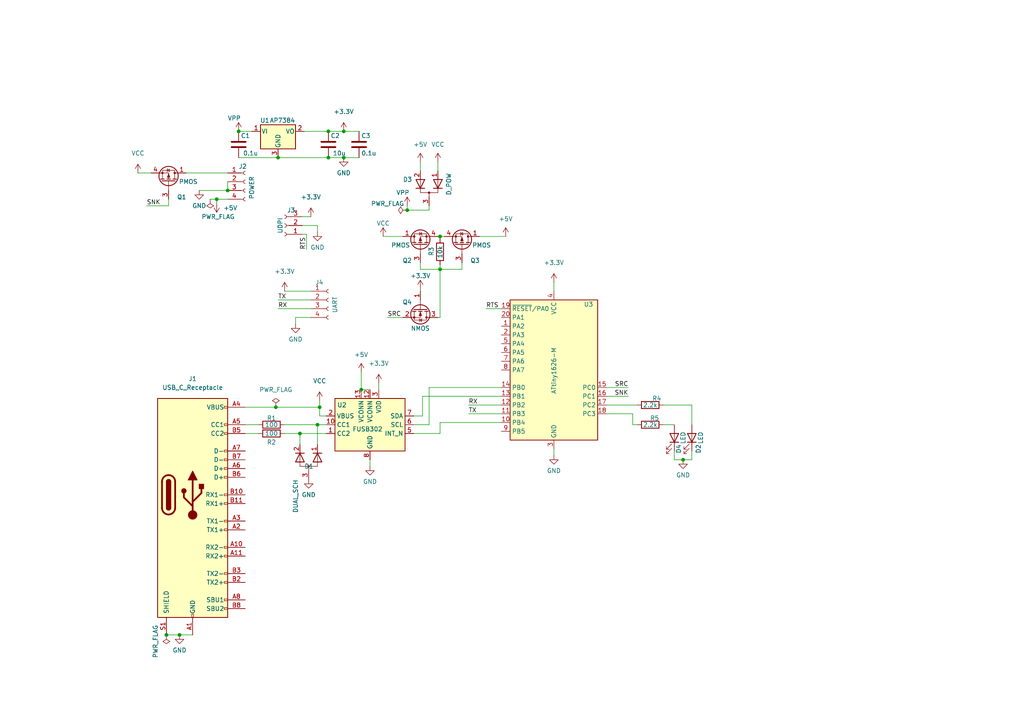
<source format=kicad_sch>
(kicad_sch (version 20211123) (generator eeschema)
  (paper "A4")
  (lib_symbols
    (symbol "Connector:Conn_01x03_Female" (pin_names (offset 1.016) hide)
      (property "Reference" "J" (at 0 5.08 0))
      (property "Value" "Conn_01x03_Female" (at 0 -5.08 0))
      (symbol "Conn_01x03_Female_1_1"
        (arc (start 0 -2.032) (mid -0.508 -2.54) (end 0 -3.048) (stroke (width 0.1524)))
        (polyline (pts (xy -1.27 -2.54) (xy -0.508 -2.54)) (stroke (width 0.1524)))
        (polyline (pts (xy -1.27 0) (xy -0.508 0)) (stroke (width 0.1524)))
        (polyline (pts (xy -1.27 2.54) (xy -0.508 2.54)) (stroke (width 0.1524)))
        (arc (start 0 0.508) (mid -0.508 0) (end 0 -0.508) (stroke (width 0.1524)))
        (arc (start 0 3.048) (mid -0.508 2.54) (end 0 2.032) (stroke (width 0.1524)))
        (pin passive line (at -5.08 2.54 0) (length 3.81) (name "Pin_1") (number "1"))
        (pin passive line (at -5.08 0 0) (length 3.81) (name "Pin_2") (number "2"))
        (pin passive line (at -5.08 -2.54 0) (length 3.81) (name "Pin_3") (number "3"))
      )
    )
    (symbol "Connector:Conn_01x04_Female" (pin_names (offset 1.016) hide)
      (property "Reference" "J" (at 0 5.08 0))
      (property "Value" "Conn_01x04_Female" (at 0 -7.62 0))
      (symbol "Conn_01x04_Female_1_1"
        (arc (start 0 -4.572) (mid -0.508 -5.08) (end 0 -5.588) (stroke (width 0.1524)))
        (arc (start 0 -2.032) (mid -0.508 -2.54) (end 0 -3.048) (stroke (width 0.1524)))
        (polyline (pts (xy -1.27 -5.08) (xy -0.508 -5.08)) (stroke (width 0.1524)))
        (polyline (pts (xy -1.27 -2.54) (xy -0.508 -2.54)) (stroke (width 0.1524)))
        (polyline (pts (xy -1.27 0) (xy -0.508 0)) (stroke (width 0.1524)))
        (polyline (pts (xy -1.27 2.54) (xy -0.508 2.54)) (stroke (width 0.1524)))
        (arc (start 0 0.508) (mid -0.508 0) (end 0 -0.508) (stroke (width 0.1524)))
        (arc (start 0 3.048) (mid -0.508 2.54) (end 0 2.032) (stroke (width 0.1524)))
        (pin passive line (at -5.08 2.54 0) (length 3.81) (name "Pin_1") (number "1"))
        (pin passive line (at -5.08 0 0) (length 3.81) (name "Pin_2") (number "2"))
        (pin passive line (at -5.08 -2.54 0) (length 3.81) (name "Pin_3") (number "3"))
        (pin passive line (at -5.08 -5.08 0) (length 3.81) (name "Pin_4") (number "4"))
      )
    )
    (symbol "Connector:USB_C_Receptacle" (pin_names (offset 1.016))
      (property "Reference" "J" (at -10.16 29.21 0))
      (property "Value" "USB_C_Receptacle" (at 10.16 29.21 0))
      (symbol "USB_C_Receptacle_0_0"
        (rectangle (start -0.254 -35.56) (end 0.254 -34.544))
        (rectangle (start 10.16 -32.766) (end 9.144 -33.274))
        (rectangle (start 10.16 -30.226) (end 9.144 -30.734))
        (rectangle (start 10.16 -25.146) (end 9.144 -25.654))
        (rectangle (start 10.16 -22.606) (end 9.144 -23.114))
        (rectangle (start 10.16 -17.526) (end 9.144 -18.034))
        (rectangle (start 10.16 -14.986) (end 9.144 -15.494))
        (rectangle (start 10.16 -9.906) (end 9.144 -10.414))
        (rectangle (start 10.16 -7.366) (end 9.144 -7.874))
        (rectangle (start 10.16 -2.286) (end 9.144 -2.794))
        (rectangle (start 10.16 0.254) (end 9.144 -0.254))
        (rectangle (start 10.16 5.334) (end 9.144 4.826))
        (rectangle (start 10.16 7.874) (end 9.144 7.366))
        (rectangle (start 10.16 10.414) (end 9.144 9.906))
        (rectangle (start 10.16 12.954) (end 9.144 12.446))
        (rectangle (start 10.16 18.034) (end 9.144 17.526))
        (rectangle (start 10.16 20.574) (end 9.144 20.066))
        (rectangle (start 10.16 25.654) (end 9.144 25.146))
      )
      (symbol "USB_C_Receptacle_0_1"
        (rectangle (start -10.16 27.94) (end 10.16 -35.56) (stroke (width 0.254)) (fill (type background)))
        (arc (start -8.89 -3.81) (mid -6.985 -5.715) (end -5.08 -3.81) (stroke (width 0.508)))
        (arc (start -7.62 -3.81) (mid -6.985 -4.445) (end -6.35 -3.81) (stroke (width 0.254)))
        (arc (start -7.62 -3.81) (mid -6.985 -4.445) (end -6.35 -3.81) (stroke (width 0.254)) (fill (type outline)))
        (rectangle (start -7.62 -3.81) (end -6.35 3.81) (stroke (width 0.254)) (fill (type outline)))
        (arc (start -6.35 3.81) (mid -6.985 4.445) (end -7.62 3.81) (stroke (width 0.254)))
        (arc (start -6.35 3.81) (mid -6.985 4.445) (end -7.62 3.81) (stroke (width 0.254)) (fill (type outline)))
        (arc (start -5.08 3.81) (mid -6.985 5.715) (end -8.89 3.81) (stroke (width 0.508)))
        (polyline (pts (xy -8.89 -3.81) (xy -8.89 3.81)) (stroke (width 0.508)))
        (polyline (pts (xy -5.08 3.81) (xy -5.08 -3.81)) (stroke (width 0.508)))
      )
      (symbol "USB_C_Receptacle_1_1"
        (circle (center -2.54 1.143) (radius 0.635) (stroke (width 0.254)) (fill (type outline)))
        (circle (center 0 -5.842) (radius 1.27) (fill (type outline)))
        (polyline (pts (xy 0 -5.842) (xy 0 4.318)) (stroke (width 0.508)))
        (polyline (pts (xy 0 -3.302) (xy -2.54 -0.762) (xy -2.54 0.508)) (stroke (width 0.508)))
        (polyline (pts (xy 0 -2.032) (xy 2.54 0.508) (xy 2.54 1.778)) (stroke (width 0.508)))
        (polyline (pts (xy -1.27 4.318) (xy 0 6.858) (xy 1.27 4.318) (xy -1.27 4.318)) (stroke (width 0.254)) (fill (type outline)))
        (rectangle (start 1.905 1.778) (end 3.175 3.048) (stroke (width 0.254)) (fill (type outline)))
        (pin passive line (at 0 -40.64 90) (length 5.08) (name "GND") (number "A1"))
        (pin bidirectional line (at 15.24 -15.24 180) (length 5.08) (name "RX2-") (number "A10"))
        (pin bidirectional line (at 15.24 -17.78 180) (length 5.08) (name "RX2+") (number "A11"))
        (pin passive line (at 0 -40.64 90) (length 5.08) hide (name "GND") (number "A12"))
        (pin bidirectional line (at 15.24 -10.16 180) (length 5.08) (name "TX1+") (number "A2"))
        (pin bidirectional line (at 15.24 -7.62 180) (length 5.08) (name "TX1-") (number "A3"))
        (pin passive line (at 15.24 25.4 180) (length 5.08) (name "VBUS") (number "A4"))
        (pin bidirectional line (at 15.24 20.32 180) (length 5.08) (name "CC1") (number "A5"))
        (pin bidirectional line (at 15.24 7.62 180) (length 5.08) (name "D+") (number "A6"))
        (pin bidirectional line (at 15.24 12.7 180) (length 5.08) (name "D-") (number "A7"))
        (pin bidirectional line (at 15.24 -30.48 180) (length 5.08) (name "SBU1") (number "A8"))
        (pin passive line (at 15.24 25.4 180) (length 5.08) hide (name "VBUS") (number "A9"))
        (pin passive line (at 0 -40.64 90) (length 5.08) hide (name "GND") (number "B1"))
        (pin bidirectional line (at 15.24 0 180) (length 5.08) (name "RX1-") (number "B10"))
        (pin bidirectional line (at 15.24 -2.54 180) (length 5.08) (name "RX1+") (number "B11"))
        (pin passive line (at 0 -40.64 90) (length 5.08) hide (name "GND") (number "B12"))
        (pin bidirectional line (at 15.24 -25.4 180) (length 5.08) (name "TX2+") (number "B2"))
        (pin bidirectional line (at 15.24 -22.86 180) (length 5.08) (name "TX2-") (number "B3"))
        (pin passive line (at 15.24 25.4 180) (length 5.08) hide (name "VBUS") (number "B4"))
        (pin bidirectional line (at 15.24 17.78 180) (length 5.08) (name "CC2") (number "B5"))
        (pin bidirectional line (at 15.24 5.08 180) (length 5.08) (name "D+") (number "B6"))
        (pin bidirectional line (at 15.24 10.16 180) (length 5.08) (name "D-") (number "B7"))
        (pin bidirectional line (at 15.24 -33.02 180) (length 5.08) (name "SBU2") (number "B8"))
        (pin passive line (at 15.24 25.4 180) (length 5.08) hide (name "VBUS") (number "B9"))
        (pin passive line (at -7.62 -40.64 90) (length 5.08) (name "SHIELD") (number "S1"))
      )
    )
    (symbol "Device:C" (pin_numbers hide) (pin_names (offset 0.254))
      (property "Reference" "C" (at 0.635 2.54 0))
      (property "Value" "C" (at 0.635 -2.54 0))
      (symbol "C_0_1"
        (polyline (pts (xy -2.032 -0.762) (xy 2.032 -0.762)) (stroke (width 0.508)))
        (polyline (pts (xy -2.032 0.762) (xy 2.032 0.762)) (stroke (width 0.508)))
      )
      (symbol "C_1_1"
        (pin passive line (at 0 3.81 270) (length 2.794) (name "~") (number "1"))
        (pin passive line (at 0 -3.81 90) (length 2.794) (name "~") (number "2"))
      )
    )
    (symbol "Device:D_Dual_CommonAnode_AKK_Parallel" (pin_names (offset 0.762) hide)
      (property "Reference" "D1" (at -1.27 1.27 90))
      (property "Value" "DUAL_SCH" (at -5.08 3.81 0))
      (symbol "D_Dual_CommonAnode_AKK_Parallel_0_0"
        (polyline (pts (xy 2.54 -1.27) (xy 2.54 -3.81)) (stroke (width 0.254)))
        (polyline (pts (xy 2.54 3.81) (xy 2.54 1.27)) (stroke (width 0.254)))
      )
      (symbol "D_Dual_CommonAnode_AKK_Parallel_0_1"
        (circle (center -1.27 0) (radius 0.254) (fill (type outline)))
        (polyline (pts (xy -1.27 0) (xy -2.54 0)))
        (polyline (pts (xy 2.54 2.54) (xy -1.27 2.54) (xy -1.27 -2.54) (xy 2.54 -2.54)))
        (polyline (pts (xy 0 -1.27) (xy 2.54 -2.54) (xy 0 -3.81) (xy 0 -1.27) (xy 0 -1.27) (xy 0 -1.27)) (stroke (width 0.254)))
        (polyline (pts (xy 0 3.81) (xy 2.54 2.54) (xy 0 1.27) (xy 0 3.81) (xy 0 3.81) (xy 0 3.81)) (stroke (width 0.254)))
        (pin passive line (at 5.08 -2.54 180) (length 2.54) (name "K") (number "1"))
        (pin passive line (at 5.08 2.54 180) (length 2.54) (name "K") (number "2"))
        (pin passive line (at -5.08 0 0) (length 2.54) (name "A") (number "3"))
      )
    )
    (symbol "Device:D_Dual_CommonCathode_AAK_Parallel" (pin_names (offset 0.762) hide)
      (property "Reference" "D" (at 0 5.08 0))
      (property "Value" "D_Dual_CommonCathode_AAK_Parallel" (at 0 -5.08 0))
      (symbol "D_Dual_CommonCathode_AAK_Parallel_0_0"
        (polyline (pts (xy 0 -1.27) (xy 0 -3.81)) (stroke (width 0.254)))
        (polyline (pts (xy 0 1.27) (xy 0 3.81)) (stroke (width 0.254)))
      )
      (symbol "D_Dual_CommonCathode_AAK_Parallel_0_1"
        (polyline (pts (xy 1.27 0) (xy 2.54 0)))
        (polyline (pts (xy -2.54 -2.54) (xy 1.27 -2.54) (xy 1.27 2.54) (xy -2.54 2.54)))
        (polyline (pts (xy -2.54 -1.27) (xy 0 -2.54) (xy -2.54 -3.81) (xy -2.54 -1.27) (xy -2.54 -1.27) (xy -2.54 -1.27)) (stroke (width 0.254)))
        (polyline (pts (xy -2.54 3.81) (xy 0 2.54) (xy -2.54 1.27) (xy -2.54 3.81) (xy -2.54 3.81) (xy -2.54 3.81)) (stroke (width 0.254)))
        (circle (center 1.27 0) (radius 0.254) (fill (type outline)))
        (pin passive line (at -5.08 2.54 0) (length 2.54) (name "K") (number "1"))
        (pin passive line (at -5.08 -2.54 0) (length 2.54) (name "K") (number "2"))
        (pin passive line (at 5.08 0 180) (length 2.54) (name "A") (number "3"))
      )
    )
    (symbol "Device:LED" (pin_numbers hide) (pin_names (offset 1.016) hide)
      (property "Reference" "D" (at 0 2.54 0))
      (property "Value" "LED" (at 0 -2.54 0))
      (symbol "LED_0_1"
        (polyline (pts (xy -1.27 -1.27) (xy -1.27 1.27)) (stroke (width 0.254)))
        (polyline (pts (xy -1.27 0) (xy 1.27 0)))
        (polyline (pts (xy 1.27 -1.27) (xy 1.27 1.27) (xy -1.27 0) (xy 1.27 -1.27)) (stroke (width 0.254)))
        (polyline (pts (xy -3.048 -0.762) (xy -4.572 -2.286) (xy -3.81 -2.286) (xy -4.572 -2.286) (xy -4.572 -1.524)))
        (polyline (pts (xy -1.778 -0.762) (xy -3.302 -2.286) (xy -2.54 -2.286) (xy -3.302 -2.286) (xy -3.302 -1.524)))
      )
      (symbol "LED_1_1"
        (pin passive line (at -3.81 0 0) (length 2.54) (name "K") (number "1"))
        (pin passive line (at 3.81 0 180) (length 2.54) (name "A") (number "2"))
      )
    )
    (symbol "Device:Q_NMOS_GSD" (pin_names (offset 0) hide)
      (property "Reference" "Q" (at 5.08 1.27 0))
      (property "Value" "Q_NMOS_GSD" (at 5.08 -1.27 0))
      (symbol "Q_NMOS_GSD_0_1"
        (polyline (pts (xy 0.254 0) (xy -2.54 0)))
        (polyline (pts (xy 0.254 1.905) (xy 0.254 -1.905)) (stroke (width 0.254)))
        (polyline (pts (xy 0.762 -1.27) (xy 0.762 -2.286)) (stroke (width 0.254)))
        (polyline (pts (xy 0.762 0.508) (xy 0.762 -0.508)) (stroke (width 0.254)))
        (polyline (pts (xy 0.762 2.286) (xy 0.762 1.27)) (stroke (width 0.254)))
        (polyline (pts (xy 2.54 2.54) (xy 2.54 1.778)))
        (polyline (pts (xy 2.54 -2.54) (xy 2.54 0) (xy 0.762 0)))
        (polyline (pts (xy 0.762 -1.778) (xy 3.302 -1.778) (xy 3.302 1.778) (xy 0.762 1.778)))
        (polyline (pts (xy 1.016 0) (xy 2.032 0.381) (xy 2.032 -0.381) (xy 1.016 0)) (fill (type outline)))
        (polyline (pts (xy 2.794 0.508) (xy 2.921 0.381) (xy 3.683 0.381) (xy 3.81 0.254)))
        (polyline (pts (xy 3.302 0.381) (xy 2.921 -0.254) (xy 3.683 -0.254) (xy 3.302 0.381)))
        (circle (center 1.651 0) (radius 2.794) (stroke (width 0.254)))
        (circle (center 2.54 -1.778) (radius 0.254) (fill (type outline)))
        (circle (center 2.54 1.778) (radius 0.254) (fill (type outline)))
      )
      (symbol "Q_NMOS_GSD_1_1"
        (pin input line (at -5.08 0 0) (length 2.54) (name "G") (number "1"))
        (pin passive line (at 2.54 -5.08 90) (length 2.54) (name "S") (number "2"))
        (pin passive line (at 2.54 5.08 270) (length 2.54) (name "D") (number "3"))
      )
    )
    (symbol "Device:R" (pin_numbers hide) (pin_names (offset 0))
      (property "Reference" "R" (at 2.032 0 90))
      (property "Value" "R" (at 0 0 90))
      (symbol "R_0_1"
        (rectangle (start -1.016 -2.54) (end 1.016 2.54) (stroke (width 0.254)))
      )
      (symbol "R_1_1"
        (pin passive line (at 0 3.81 270) (length 1.27) (name "~") (number "1"))
        (pin passive line (at 0 -3.81 90) (length 1.27) (name "~") (number "2"))
      )
    )
    (symbol "Interface_USB:FUSB302BMPX"
      (property "Reference" "U" (at -10.16 8.89 0))
      (property "Value" "FUSB302BMPX" (at 3.81 8.89 0))
      (symbol "FUSB302BMPX_0_1"
        (rectangle (start -10.16 7.62) (end 10.16 -7.62) (stroke (width 0.254)) (fill (type background)))
      )
      (symbol "FUSB302BMPX_1_1"
        (pin bidirectional line (at 12.7 -2.54 180) (length 2.54) (name "CC2") (number "1"))
        (pin bidirectional line (at 12.7 0 180) (length 2.54) (name "CC1") (number "10"))
        (pin bidirectional line (at 12.7 0 180) (length 2.54) hide (name "CC1") (number "11"))
        (pin power_in line (at 0 10.16 270) (length 2.54) (name "VCONN") (number "12"))
        (pin power_in line (at 2.54 10.16 270) (length 2.54) (name "VCONN") (number "13"))
        (pin bidirectional line (at 12.7 -2.54 180) (length 2.54) hide (name "CC2") (number "14"))
        (pin passive line (at 0 -10.16 90) (length 2.54) hide (name "GND") (number "15"))
        (pin input line (at 12.7 2.54 180) (length 2.54) (name "VBUS") (number "2"))
        (pin power_in line (at -2.54 10.16 270) (length 2.54) (name "VDD") (number "3"))
        (pin passive line (at -2.54 10.16 270) (length 2.54) hide (name "VDD") (number "4"))
        (pin open_collector line (at -12.7 -2.54 0) (length 2.54) (name "INT_N") (number "5"))
        (pin input line (at -12.7 0 0) (length 2.54) (name "SCL") (number "6"))
        (pin bidirectional line (at -12.7 2.54 0) (length 2.54) (name "SDA") (number "7"))
        (pin power_in line (at 0 -10.16 90) (length 2.54) (name "GND") (number "8"))
        (pin passive line (at 0 -10.16 90) (length 2.54) hide (name "GND") (number "9"))
      )
    )
    (symbol "MCU_Microchip_ATtiny:ATtiny1626-M"
      (property "Reference" "U" (at -12.7 21.59 0))
      (property "Value" "ATtiny1626-M" (at 2.54 -21.59 0))
      (symbol "ATtiny1626-M_0_1"
        (rectangle (start -12.7 -20.32) (end 12.7 20.32) (stroke (width 0.254)) (fill (type background)))
      )
      (symbol "ATtiny1626-M_1_1"
        (pin bidirectional line (at 15.24 12.7 180) (length 2.54) (name "PA2") (number "1"))
        (pin bidirectional line (at 15.24 -15.24 180) (length 2.54) (name "PB4") (number "10"))
        (pin bidirectional line (at 15.24 -12.7 180) (length 2.54) (name "PB3") (number "11"))
        (pin bidirectional line (at 15.24 -10.16 180) (length 2.54) (name "PB2") (number "12"))
        (pin bidirectional line (at 15.24 -7.62 180) (length 2.54) (name "PB1") (number "13"))
        (pin bidirectional line (at 15.24 -5.08 180) (length 2.54) (name "PB0") (number "14"))
        (pin bidirectional line (at -15.24 -5.08 0) (length 2.54) (name "PC0") (number "15"))
        (pin bidirectional line (at -15.24 -7.62 0) (length 2.54) (name "PC1") (number "16"))
        (pin bidirectional line (at -15.24 -10.16 0) (length 2.54) (name "PC2") (number "17"))
        (pin bidirectional line (at -15.24 -12.7 0) (length 2.54) (name "PC3") (number "18"))
        (pin bidirectional line (at 15.24 17.78 180) (length 2.54) (name "~{RESET}/PA0") (number "19"))
        (pin bidirectional line (at 15.24 10.16 180) (length 2.54) (name "PA3") (number "2"))
        (pin bidirectional line (at 15.24 15.24 180) (length 2.54) (name "PA1") (number "20"))
        (pin passive line (at 0 -22.86 90) (length 2.54) hide (name "GND") (number "21"))
        (pin power_in line (at 0 -22.86 90) (length 2.54) (name "GND") (number "3"))
        (pin power_in line (at 0 22.86 270) (length 2.54) (name "VCC") (number "4"))
        (pin bidirectional line (at 15.24 7.62 180) (length 2.54) (name "PA4") (number "5"))
        (pin bidirectional line (at 15.24 5.08 180) (length 2.54) (name "PA5") (number "6"))
        (pin bidirectional line (at 15.24 2.54 180) (length 2.54) (name "PA6") (number "7"))
        (pin bidirectional line (at 15.24 0 180) (length 2.54) (name "PA7") (number "8"))
        (pin bidirectional line (at 15.24 -17.78 180) (length 2.54) (name "PB5") (number "9"))
      )
    )
    (symbol "Q_PMOS_DGS_1" (pin_names (offset 0) hide)
      (property "Reference" "Q2" (at -4.445 3.81 90))
      (property "Value" "Q_PMOS_DGS_1" (at 0 5.715 90))
      (symbol "Q_PMOS_DGS_1_0_1"
        (polyline (pts (xy 0.254 0) (xy -2.54 0)))
        (polyline (pts (xy 0.254 1.905) (xy 0.254 -1.905)) (stroke (width 0.254)))
        (polyline (pts (xy 0.762 -1.27) (xy 0.762 -2.286)) (stroke (width 0.254)))
        (polyline (pts (xy 0.762 0.508) (xy 0.762 -0.508)) (stroke (width 0.254)))
        (polyline (pts (xy 0.762 2.286) (xy 0.762 1.27)) (stroke (width 0.254)))
        (polyline (pts (xy 2.54 2.54) (xy 2.54 1.778)))
        (polyline (pts (xy 2.54 -2.54) (xy 2.54 0) (xy 0.762 0)))
        (polyline (pts (xy 0.762 1.778) (xy 3.302 1.778) (xy 3.302 -1.778) (xy 0.762 -1.778)))
        (polyline (pts (xy 2.286 0) (xy 1.27 0.381) (xy 1.27 -0.381) (xy 2.286 0)) (fill (type outline)))
        (polyline (pts (xy 2.794 -0.508) (xy 2.921 -0.381) (xy 3.683 -0.381) (xy 3.81 -0.254)))
        (polyline (pts (xy 3.302 -0.381) (xy 2.921 0.254) (xy 3.683 0.254) (xy 3.302 -0.381)))
        (circle (center 1.651 0) (radius 2.794) (stroke (width 0.254)))
        (circle (center 2.54 -1.778) (radius 0.254) (fill (type outline)))
        (circle (center 2.54 1.778) (radius 0.254) (fill (type outline)))
      )
      (symbol "Q_PMOS_DGS_1_1_1"
        (pin passive line (at 2.54 5.08 270) (length 2.54) (name "D") (number "1"))
        (pin passive line (at 2.54 5.08 270) (length 2.54) hide (name "D") (number "2"))
        (pin input line (at -5.08 0 0) (length 2.54) (name "G") (number "3"))
        (pin passive line (at 2.54 -5.08 90) (length 2.54) (name "S") (number "4"))
        (pin passive line (at 2.54 5.08 270) (length 2.54) hide (name "D") (number "5"))
        (pin passive line (at 2.54 5.08 270) (length 2.54) hide (name "D") (number "6"))
      )
    )
    (symbol "Regulator_Linear:AP7384-33SA" (pin_names (offset 0.254))
      (property "Reference" "U" (at -3.81 3.175 0))
      (property "Value" "AP7384-33SA" (at 0 3.175 0))
      (symbol "AP7384-33SA_0_1"
        (rectangle (start -5.08 1.905) (end 5.08 -5.08) (stroke (width 0.254)) (fill (type background)))
      )
      (symbol "AP7384-33SA_1_1"
        (pin power_in line (at -7.62 0 0) (length 2.54) (name "VI") (number "1"))
        (pin power_out line (at 7.62 0 180) (length 2.54) (name "VO") (number "2"))
        (pin power_in line (at 0 -7.62 90) (length 2.54) (name "GND") (number "3"))
      )
    )
    (symbol "power:+3.3V" (power) (pin_names (offset 0))
      (property "Value" "+3.3V" (at 0 3.556 0))
      (symbol "+3.3V_0_1"
        (polyline (pts (xy -0.762 1.27) (xy 0 2.54)))
        (polyline (pts (xy 0 0) (xy 0 2.54)))
        (polyline (pts (xy 0 2.54) (xy 0.762 1.27)))
      )
      (symbol "+3.3V_1_1"
        (pin power_in line (at 0 0 90) (length 0) hide (name "+3.3V") (number "1"))
      )
    )
    (symbol "power:+5V" (power) (pin_names (offset 0))
      (property "Value" "+5V" (at 0 3.556 0))
      (symbol "+5V_0_1"
        (polyline (pts (xy -0.762 1.27) (xy 0 2.54)))
        (polyline (pts (xy 0 0) (xy 0 2.54)))
        (polyline (pts (xy 0 2.54) (xy 0.762 1.27)))
      )
      (symbol "+5V_1_1"
        (pin power_in line (at 0 0 90) (length 0) hide (name "+5V") (number "1"))
      )
    )
    (symbol "power:GND" (power) (pin_names (offset 0))
      (property "Value" "GND" (at 0 -3.81 0))
      (symbol "GND_0_1"
        (polyline (pts (xy 0 0) (xy 0 -1.27) (xy 1.27 -1.27) (xy 0 -2.54) (xy -1.27 -1.27) (xy 0 -1.27)))
      )
      (symbol "GND_1_1"
        (pin power_in line (at 0 0 270) (length 0) hide (name "GND") (number "1"))
      )
    )
    (symbol "power:PWR_FLAG" (power) (pin_numbers hide) (pin_names (offset 0) hide)
      (property "Value" "PWR_FLAG" (at 0 3.81 0))
      (symbol "PWR_FLAG_0_0"
        (pin power_out line (at 0 0 90) (length 0) (name "pwr") (number "1"))
      )
      (symbol "PWR_FLAG_0_1"
        (polyline (pts (xy 0 0) (xy 0 1.27) (xy -1.016 1.905) (xy 0 2.54) (xy 1.016 1.905) (xy 0 1.27)))
      )
    )
    (symbol "power:VCC" (power) (pin_names (offset 0))
      (property "Value" "VCC" (at 0 3.81 0))
      (symbol "VCC_0_1"
        (polyline (pts (xy -0.762 1.27) (xy 0 2.54)))
        (polyline (pts (xy 0 0) (xy 0 2.54)))
        (polyline (pts (xy 0 2.54) (xy 0.762 1.27)))
      )
      (symbol "VCC_1_1"
        (pin power_in line (at 0 0 90) (length 0) hide (name "VCC") (number "1"))
      )
    )
    (symbol "power:VPP" (power) (pin_names (offset 0))
      (property "Value" "VPP" (at 0 3.81 0))
      (symbol "VPP_0_1"
        (polyline (pts (xy -0.762 1.27) (xy 0 2.54)))
        (polyline (pts (xy 0 0) (xy 0 2.54)))
        (polyline (pts (xy 0 2.54) (xy 0.762 1.27)))
      )
      (symbol "VPP_1_1"
        (pin power_in line (at 0 0 90) (length 0) hide (name "VPP") (number "1"))
      )
    )
  )
  (junction (at 66.04 55.245))
  (junction (at 92.075 123.19))
  (junction (at 69.215 38.1))
  (junction (at 48.26 184.15))
  (junction (at 99.695 38.1))
  (junction (at 80.01 118.11))
  (junction (at 99.695 45.72))
  (junction (at 127.635 68.58))
  (junction (at 95.25 38.1))
  (junction (at 127.635 78.105))
  (junction (at 52.07 184.15))
  (junction (at 198.12 133.35))
  (junction (at 62.865 57.785))
  (junction (at 104.775 113.03))
  (junction (at 86.995 125.73))
  (junction (at 118.11 60.96))
  (junction (at 95.25 45.72))
  (junction (at 92.71 118.11))
  (junction (at 80.645 45.72))
  (wire (pts (xy 145.415 122.555) (xy 127.635 122.555)))
  (wire (pts (xy 122.555 114.935) (xy 122.555 120.65)))
  (wire (pts (xy 127 92.075) (xy 127.635 92.075)))
  (wire (pts (xy 66.04 52.705) (xy 66.04 55.245)))
  (wire (pts (xy 82.55 84.455) (xy 90.17 84.455)))
  (wire (pts (xy 86.995 125.73) (xy 94.615 125.73)))
  (wire (pts (xy 120.015 123.19) (xy 124.46 123.19)))
  (wire (pts (xy 200.66 117.475) (xy 192.405 117.475)))
  (wire (pts (xy 160.655 130.175) (xy 160.655 132.08)))
  (wire (pts (xy 60.96 57.785) (xy 62.865 57.785)))
  (wire (pts (xy 104.775 113.03) (xy 104.775 107.95)))
  (wire (pts (xy 53.975 50.165) (xy 66.04 50.165)))
  (wire (pts (xy 86.995 125.73) (xy 86.995 128.905)))
  (wire (pts (xy 82.55 123.19) (xy 92.075 123.19)))
  (wire (pts (xy 118.11 60.96) (xy 118.11 59.69)))
  (wire (pts (xy 92.71 118.11) (xy 92.71 120.65)))
  (wire (pts (xy 200.66 130.81) (xy 200.66 133.35)))
  (wire (pts (xy 69.215 45.72) (xy 80.645 45.72)))
  (wire (pts (xy 95.25 45.72) (xy 99.695 45.72)))
  (wire (pts (xy 92.075 65.405) (xy 92.075 67.31)))
  (wire (pts (xy 62.865 59.055) (xy 62.865 57.785)))
  (wire (pts (xy 87.63 67.945) (xy 88.9 67.945)))
  (wire (pts (xy 145.415 89.535) (xy 140.97 89.535)))
  (wire (pts (xy 92.075 123.19) (xy 92.075 128.905)))
  (wire (pts (xy 121.92 46.99) (xy 121.92 49.53)))
  (wire (pts (xy 160.655 81.915) (xy 160.655 84.455)))
  (wire (pts (xy 127.635 78.105) (xy 127.635 92.075)))
  (wire (pts (xy 121.92 78.105) (xy 127.635 78.105)))
  (wire (pts (xy 48.26 184.15) (xy 52.07 184.15)))
  (wire (pts (xy 107.315 133.35) (xy 107.315 135.255)))
  (wire (pts (xy 85.725 92.075) (xy 90.17 92.075)))
  (wire (pts (xy 104.775 113.03) (xy 107.315 113.03)))
  (wire (pts (xy 139.065 68.58) (xy 146.685 68.58)))
  (wire (pts (xy 200.66 133.35) (xy 198.12 133.35)))
  (wire (pts (xy 99.695 38.1) (xy 104.14 38.1)))
  (wire (pts (xy 182.245 114.935) (xy 175.895 114.935)))
  (wire (pts (xy 195.58 123.19) (xy 192.405 123.19)))
  (wire (pts (xy 80.645 86.995) (xy 90.17 86.995)))
  (wire (pts (xy 71.12 118.11) (xy 80.01 118.11)))
  (wire (pts (xy 71.12 125.73) (xy 74.93 125.73)))
  (wire (pts (xy 116.84 92.075) (xy 112.395 92.075)))
  (wire (pts (xy 40.005 50.165) (xy 43.815 50.165)))
  (wire (pts (xy 124.46 123.19) (xy 124.46 112.395)))
  (wire (pts (xy 127.635 68.58) (xy 128.905 68.58)))
  (wire (pts (xy 52.07 184.15) (xy 55.88 184.15)))
  (wire (pts (xy 135.89 117.475) (xy 145.415 117.475)))
  (wire (pts (xy 82.55 125.73) (xy 86.995 125.73)))
  (wire (pts (xy 183.515 120.015) (xy 175.895 120.015)))
  (wire (pts (xy 85.725 92.075) (xy 85.725 93.98)))
  (wire (pts (xy 120.015 125.73) (xy 127.635 125.73)))
  (wire (pts (xy 87.63 65.405) (xy 92.075 65.405)))
  (wire (pts (xy 184.785 123.19) (xy 183.515 123.19)))
  (wire (pts (xy 124.46 59.69) (xy 124.46 60.96)))
  (wire (pts (xy 88.9 67.945) (xy 88.9 72.39)))
  (wire (pts (xy 127.635 78.105) (xy 133.985 78.105)))
  (wire (pts (xy 182.245 112.395) (xy 175.895 112.395)))
  (wire (pts (xy 80.645 45.72) (xy 95.25 45.72)))
  (wire (pts (xy 121.92 83.82) (xy 121.92 84.455)))
  (wire (pts (xy 111.125 68.58) (xy 116.84 68.58)))
  (wire (pts (xy 127 46.99) (xy 127 49.53)))
  (wire (pts (xy 99.695 45.72) (xy 104.14 45.72)))
  (wire (pts (xy 71.12 123.19) (xy 74.93 123.19)))
  (wire (pts (xy 80.01 118.11) (xy 92.71 118.11)))
  (wire (pts (xy 48.895 57.785) (xy 48.895 59.69)))
  (wire (pts (xy 80.645 89.535) (xy 90.17 89.535)))
  (wire (pts (xy 57.785 55.245) (xy 66.04 55.245)))
  (wire (pts (xy 127.635 122.555) (xy 127.635 125.73)))
  (wire (pts (xy 42.545 59.69) (xy 48.895 59.69)))
  (wire (pts (xy 133.985 76.2) (xy 133.985 78.105)))
  (wire (pts (xy 127.635 68.58) (xy 127.635 69.215)))
  (wire (pts (xy 124.46 112.395) (xy 145.415 112.395)))
  (wire (pts (xy 92.71 116.205) (xy 92.71 118.11)))
  (wire (pts (xy 69.215 38.1) (xy 73.025 38.1)))
  (wire (pts (xy 195.58 133.35) (xy 195.58 130.81)))
  (wire (pts (xy 200.66 123.19) (xy 200.66 117.475)))
  (wire (pts (xy 183.515 123.19) (xy 183.515 120.015)))
  (wire (pts (xy 92.075 123.19) (xy 94.615 123.19)))
  (wire (pts (xy 94.615 120.65) (xy 92.71 120.65)))
  (wire (pts (xy 88.265 38.1) (xy 95.25 38.1)))
  (wire (pts (xy 87.63 62.865) (xy 90.17 62.865)))
  (wire (pts (xy 122.555 114.935) (xy 145.415 114.935)))
  (wire (pts (xy 124.46 60.96) (xy 118.11 60.96)))
  (wire (pts (xy 184.785 117.475) (xy 175.895 117.475)))
  (wire (pts (xy 95.25 38.1) (xy 99.695 38.1)))
  (wire (pts (xy 198.12 133.35) (xy 195.58 133.35)))
  (wire (pts (xy 62.865 57.785) (xy 66.04 57.785)))
  (wire (pts (xy 135.89 120.015) (xy 145.415 120.015)))
  (wire (pts (xy 109.855 111.125) (xy 109.855 113.03)))
  (wire (pts (xy 122.555 120.65) (xy 120.015 120.65)))
  (wire (pts (xy 127.635 76.835) (xy 127.635 78.105)))
  (wire (pts (xy 121.92 76.2) (xy 121.92 78.105)))
  (wire (pts (xy 127 68.58) (xy 127.635 68.58)))
  (label "RX" (at 135.89 117.475 0))
  (label "RX" (at 80.645 89.535 0))
  (label "RTS" (at 88.9 72.39 90))
  (label "SRC" (at 112.395 92.075 0))
  (label "SNK" (at 182.245 114.935 180))
  (label "SRC" (at 182.245 112.395 180))
  (label "TX" (at 80.645 86.995 0))
  (label "TX" (at 135.89 120.015 0))
  (label "SNK" (at 42.545 59.69 0))
  (label "RTS" (at 140.97 89.535 0))
  (symbol (lib_id "power:+3.3V") (at 160.655 81.915 0) (unit 1)
    (property "Reference" "#PWR024" (effects hide))
    (property "Value" "+3.3V" (at 160.655 76.2 0))
  )
  (symbol (lib_id "Device:R") (at 78.74 123.19 90) (unit 1)
    (property "Reference" "R1" (at 78.74 121.285 90))
    (property "Value" "100" (at 78.74 123.19 90))
    (property "Footprint" "Resistor_SMD:R_0603_1608Metric" (effects hide))
  )
  (symbol (lib_id "Device:D_Dual_CommonCathode_AAK_Parallel") (at 124.46 54.61 270) (unit 1)
    (property "Reference" "D3" (at 116.84 52.07 90) (effects (justify left)))
    (property "Value" "D_POW" (at 130.175 50.165 0) (effects (justify left)))
    (property "Footprint" "Package_TO_SOT_SMD:SOT-23" (effects hide))
  )
  (symbol (lib_id "Device:C") (at 69.215 41.91 0) (unit 1)
    (property "Reference" "C1" (at 69.85 39.37 0) (effects (justify left)))
    (property "Value" "0.1u" (at 70.485 44.45 0) (effects (justify left)))
    (property "Footprint" "Capacitor_SMD:C_0603_1608Metric" (effects hide))
  )
  (symbol (lib_id "Connector:USB_C_Receptacle") (at 55.88 143.51 0) (unit 1)
    (property "Reference" "J1" (at 55.88 109.855 0))
    (property "Value" "USB_C_Receptacle" (at 55.88 112.395 0))
    (property "Footprint" "Connector_USB:USB_C_Receptacle_GCT_USB4085" (effects hide))
    (property "Datasheet" "https://www.usb.org/sites/default/files/documents/usb_type-c.zip" (effects hide))
  )
  (symbol (lib_id "Device:C") (at 95.25 41.91 0) (unit 1)
    (property "Reference" "C2" (at 95.885 39.37 0) (effects (justify left)))
    (property "Value" "10u" (at 96.52 44.45 0) (effects (justify left)))
    (property "Footprint" "Capacitor_SMD:C_0603_1608Metric" (effects hide))
  )
  (symbol (lib_id "power:GND") (at 198.12 133.35 0) (mirror y) (unit 1)
    (property "Reference" "#PWR020" (effects hide))
    (property "Value" "GND" (at 198.12 137.795 0))
  )
  (symbol (lib_id "power:VCC") (at 111.125 68.58 0) (unit 1)
    (property "Reference" "#PWR017" (effects hide))
    (property "Value" "VCC" (at 111.125 64.77 0))
  )
  (symbol (lib_id "Interface_USB:FUSB302BMPX") (at 107.315 123.19 0) (mirror y) (unit 1)
    (property "Reference" "U2" (at 97.79 117.475 0) (effects (justify right)))
    (property "Value" "FUSB302" (at 102.235 124.46 0) (effects (justify right)))
    (property "Footprint" "Package_DFN_QFN:WQFN-14-1EP_2.5x2.5mm_P0.5mm_EP1.45x1.45mm" (effects hide))
    (property "Datasheet" "http://www.onsemi.com/pub/Collateral/FUSB302B-D.PDF" (effects hide))
  )
  (symbol (lib_id "Device:R") (at 188.595 123.19 270) (mirror x) (unit 1)
    (property "Reference" "R5" (at 189.865 121.285 90))
    (property "Value" "2.2k" (at 188.595 123.19 90))
    (property "Footprint" "Resistor_SMD:R_0603_1608Metric" (effects hide))
  )
  (symbol (lib_id "power:GND") (at 160.655 132.08 0) (unit 1)
    (property "Reference" "#PWR023" (effects hide))
    (property "Value" "GND" (at 160.655 136.525 0))
  )
  (symbol (lib_id "Device:LED") (at 195.58 127 270) (mirror x) (unit 1)
    (property "Reference" "D4" (at 196.85 130.175 0))
    (property "Value" "LED" (at 198.12 127 0))
    (property "Footprint" "LED_SMD:LED_0603_1608Metric" (effects hide))
  )
  (symbol (lib_id "power:GND") (at 92.075 67.31 0) (unit 1)
    (property "Reference" "#PWR010" (effects hide))
    (property "Value" "GND" (at 92.075 71.755 0))
  )
  (symbol (lib_id "power:VPP") (at 118.11 59.69 0) (unit 1)
    (property "Reference" "#PWR018" (effects hide))
    (property "Value" "VPP" (at 116.84 55.88 0))
  )
  (symbol (lib_id "Connector:Conn_01x03_Female") (at 82.55 65.405 180) (unit 1)
    (property "Reference" "J3" (at 84.455 60.96 0))
    (property "Value" "UDPI" (at 81.28 65.405 90))
    (property "Footprint" "Jumper:SolderJumper-3_P1.3mm_Open_RoundedPad1.0x1.5mm_NumberLabels" (effects hide))
  )
  (symbol (lib_id "power:+5V") (at 62.865 59.055 180) (unit 1)
    (property "Reference" "#PWR04" (effects hide))
    (property "Value" "+5V" (at 64.77 60.3249 0) (effects (justify right)))
  )
  (symbol (lib_id "power:PWR_FLAG") (at 118.11 60.96 90) (unit 1)
    (property "Reference" "#FLG04" (effects hide))
    (property "Value" "PWR_FLAG" (at 112.395 59.055 90))
  )
  (symbol (lib_name "Q_PMOS_DGS_1") (lib_id "Device:Q_PMOS_DGS") (at 133.985 71.12 270) (mirror x) (unit 1)
    (property "Reference" "Q3" (at 137.795 75.565 90))
    (property "Value" "PMOS" (at 139.7 71.12 90))
    (property "Footprint" "Package_TO_SOT_SMD:SOT-23-6" (effects hide))
  )
  (symbol (lib_name "Q_PMOS_DGS_1") (lib_id "Device:Q_PMOS_DGS") (at 121.92 71.12 90) (unit 1)
    (property "Reference" "Q2" (at 118.11 75.565 90))
    (property "Value" "PMOS" (at 116.205 71.12 90))
    (property "Footprint" "Package_TO_SOT_SMD:SOT-23-6" (effects hide))
  )
  (symbol (lib_id "power:+5V") (at 104.775 107.95 0) (unit 1)
    (property "Reference" "#PWR014" (effects hide))
    (property "Value" "+5V" (at 104.775 102.87 0))
  )
  (symbol (lib_id "power:GND") (at 52.07 184.15 0) (unit 1)
    (property "Reference" "#PWR02" (effects hide))
    (property "Value" "GND" (at 52.07 188.595 0))
  )
  (symbol (lib_id "power:PWR_FLAG") (at 60.96 57.785 180) (unit 1)
    (property "Reference" "#FLG02" (effects hide))
    (property "Value" "PWR_FLAG" (at 58.42 62.865 0) (effects (justify right)))
  )
  (symbol (lib_id "MCU_Microchip_ATtiny:ATtiny1626-M") (at 160.655 107.315 0) (mirror y) (unit 1)
    (property "Reference" "U3" (at 172.085 88.265 0) (effects (justify left)))
    (property "Value" "ATtiny1626-M" (at 160.655 114.3 90) (effects (justify left)))
    (property "Footprint" "Package_DFN_QFN:VQFN-20-1EP_3x3mm_P0.4mm_EP1.7x1.7mm" (effects hide))
    (property "Datasheet" "https://ww1.microchip.com/downloads/en/DeviceDoc/ATtiny1624-26-27-DataSheet-DS40002234A.pdf" (effects hide))
  )
  (symbol (lib_id "power:GND") (at 85.725 93.98 0) (unit 1)
    (property "Reference" "#PWR07" (effects hide))
    (property "Value" "GND" (at 85.725 98.425 0))
  )
  (symbol (lib_id "power:PWR_FLAG") (at 80.01 118.11 0) (unit 1)
    (property "Reference" "#FLG03" (effects hide))
    (property "Value" "PWR_FLAG" (at 80.01 113.03 0))
  )
  (symbol (lib_id "power:GND") (at 107.315 135.255 0) (unit 1)
    (property "Reference" "#PWR015" (effects hide))
    (property "Value" "GND" (at 107.315 139.7 0))
  )
  (symbol (lib_id "Device:LED") (at 200.66 127 270) (mirror x) (unit 1)
    (property "Reference" "D2" (at 202.565 130.175 0))
    (property "Value" "LED" (at 203.2 127 0))
    (property "Footprint" "LED_SMD:LED_0603_1608Metric" (effects hide))
  )
  (symbol (lib_id "power:+5V") (at 146.685 68.58 0) (unit 1)
    (property "Reference" "#PWR022" (effects hide))
    (property "Value" "+5V" (at 146.685 63.5 0))
  )
  (symbol (lib_id "Device:R") (at 78.74 125.73 90) (unit 1)
    (property "Reference" "R2" (at 78.74 128.27 90))
    (property "Value" "100" (at 78.74 125.73 90))
    (property "Footprint" "Resistor_SMD:R_0603_1608Metric" (effects hide))
  )
  (symbol (lib_id "Regulator_Linear:AP7384-33SA") (at 80.645 38.1 0) (unit 1)
    (property "Reference" "U1" (at 76.835 34.925 0))
    (property "Value" "AP7384" (at 81.915 34.925 0))
    (property "Footprint" "Package_TO_SOT_SMD:SOT-23" (effects hide))
    (property "Datasheet" "https://www.diodes.com/assets/Datasheets/AP7384.pdf" (effects hide))
  )
  (symbol (lib_id "Connector:Conn_01x04_Female") (at 71.12 52.705 0) (unit 1)
    (property "Reference" "J2" (at 69.215 48.26 0) (effects (justify left)))
    (property "Value" "POWER" (at 73.025 57.785 90) (effects (justify left)))
    (property "Footprint" "Connector_PinHeader_2.54mm:PinHeader_1x04_P2.54mm_Vertical" (effects hide))
  )
  (symbol (lib_id "power:+3.3V") (at 82.55 84.455 0) (unit 1)
    (property "Reference" "#PWR06" (effects hide))
    (property "Value" "+3.3V" (at 82.55 78.74 0))
  )
  (symbol (lib_id "Device:C") (at 104.14 41.91 0) (unit 1)
    (property "Reference" "C3" (at 104.775 39.37 0) (effects (justify left)))
    (property "Value" "0.1u" (at 104.775 44.45 0) (effects (justify left)))
    (property "Footprint" "Capacitor_SMD:C_0603_1608Metric" (effects hide))
  )
  (symbol (lib_id "power:GND") (at 57.785 55.245 0) (unit 1)
    (property "Reference" "#PWR03" (effects hide))
    (property "Value" "GND" (at 57.785 59.69 0))
  )
  (symbol (lib_id "power:VCC") (at 127 46.99 0) (unit 1)
    (property "Reference" "#PWR021" (effects hide))
    (property "Value" "VCC" (at 127 41.91 0))
  )
  (symbol (lib_id "power:+5V") (at 121.92 46.99 0) (unit 1)
    (property "Reference" "#PWR019" (effects hide))
    (property "Value" "+5V" (at 121.92 41.91 0))
  )
  (symbol (lib_id "power:+3.3V") (at 121.92 83.82 0) (unit 1)
    (property "Reference" "#PWR0101" (effects hide))
    (property "Value" "+3.3V" (at 121.92 80.01 0))
  )
  (symbol (lib_id "power:GND") (at 99.695 45.72 0) (unit 1)
    (property "Reference" "#PWR013" (effects hide))
    (property "Value" "GND" (at 99.695 50.165 0))
  )
  (symbol (lib_id "power:VCC") (at 40.005 50.165 0) (unit 1)
    (property "Reference" "#PWR01" (effects hide))
    (property "Value" "VCC" (at 40.005 44.45 0))
  )
  (symbol (lib_id "power:PWR_FLAG") (at 48.26 184.15 180) (unit 1)
    (property "Reference" "#FLG01" (effects hide))
    (property "Value" "PWR_FLAG" (at 45.085 186.055 90))
  )
  (symbol (lib_id "Device:R") (at 127.635 73.025 0) (unit 1)
    (property "Reference" "R3" (at 125.095 74.295 90) (effects (justify left)))
    (property "Value" "10k" (at 127.635 74.93 90) (effects (justify left)))
    (property "Footprint" "Resistor_SMD:R_0603_1608Metric" (effects hide))
  )
  (symbol (lib_id "power:+3.3V") (at 90.17 62.865 0) (unit 1)
    (property "Reference" "#PWR09" (effects hide))
    (property "Value" "+3.3V" (at 90.17 57.15 0))
  )
  (symbol (lib_id "power:VPP") (at 69.215 38.1 0) (unit 1)
    (property "Reference" "#PWR05" (effects hide))
    (property "Value" "VPP" (at 67.945 34.29 0))
  )
  (symbol (lib_id "power:GND") (at 89.535 139.065 0) (unit 1)
    (property "Reference" "#PWR08" (effects hide))
    (property "Value" "GND" (at 89.535 143.51 0))
  )
  (symbol (lib_id "Device:R") (at 188.595 117.475 270) (mirror x) (unit 1)
    (property "Reference" "R4" (at 190.5 115.57 90))
    (property "Value" "2.2k" (at 188.595 117.475 90))
    (property "Footprint" "Resistor_SMD:R_0603_1608Metric" (effects hide))
  )
  (symbol (lib_id "power:+3.3V") (at 99.695 38.1 0) (unit 1)
    (property "Reference" "#PWR012" (effects hide))
    (property "Value" "+3.3V" (at 99.695 32.385 0))
  )
  (symbol (lib_id "Device:Q_NMOS_GSD") (at 121.92 89.535 270) (unit 1)
    (property "Reference" "Q4" (at 118.11 87.63 90))
    (property "Value" "NMOS" (at 121.92 95.25 90))
    (property "Footprint" "Package_TO_SOT_SMD:SOT-23" (effects hide))
  )
  (symbol (lib_id "power:+3.3V") (at 109.855 111.125 0) (unit 1)
    (property "Reference" "#PWR016" (effects hide))
    (property "Value" "+3.3V" (at 109.855 105.41 0))
  )
  (symbol (lib_name "Q_PMOS_DGS_1") (lib_id "Device:Q_PMOS_DGS") (at 48.895 52.705 270) (mirror x) (unit 1)
    (property "Reference" "Q1" (at 52.705 57.15 90))
    (property "Value" "PMOS" (at 54.61 52.705 90))
    (property "Footprint" "Package_TO_SOT_SMD:SOT-23-6" (effects hide))
  )
  (symbol (lib_id "power:VCC") (at 92.71 116.205 0) (unit 1)
    (property "Reference" "#PWR011" (effects hide))
    (property "Value" "VCC" (at 92.71 110.49 0))
  )
  (symbol (lib_id "Connector:Conn_01x04_Female") (at 95.25 86.995 0) (unit 1)
    (property "Reference" "J4" (at 91.44 81.915 0) (effects (justify left)))
    (property "Value" "UART" (at 97.155 90.805 90) (effects (justify left)))
    (property "Footprint" "Connector_Molex:Molex_PicoBlade_53047-0410_1x04_P1.25mm_Vertical" (effects hide))
  )
  (symbol (lib_id "Device:D_Dual_CommonAnode_AKK_Parallel") (at 89.535 133.985 90) (unit 1)
    (property "Reference" "D1" (at 88.265 135.255 90) (effects (justify right)))
    (property "Value" "DUAL_SCH" (at 85.725 139.065 0) (effects (justify right)))
    (property "Footprint" "Package_TO_SOT_SMD:SOT-23" (effects hide))
  )
)
</source>
